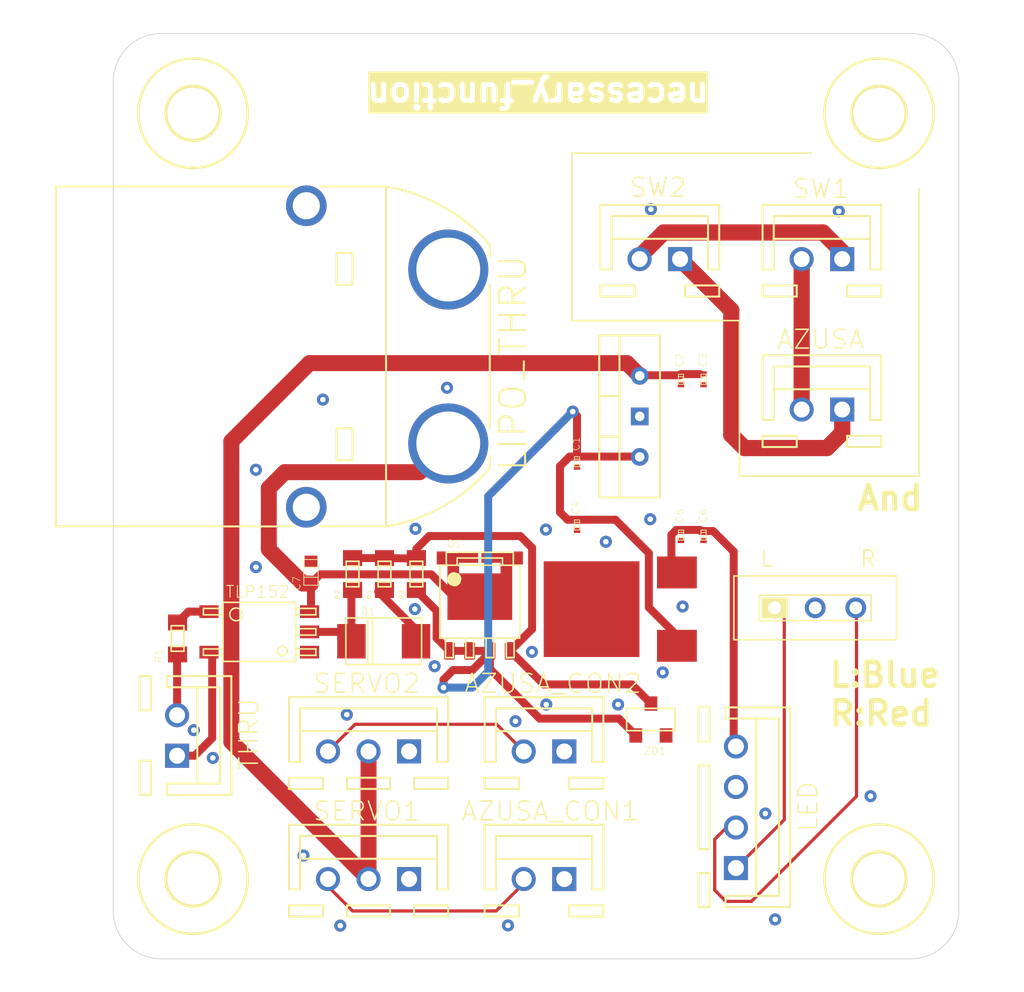
<source format=kicad_pcb>
(kicad_pcb (version 20221018) (generator pcbnew)
  (layers (0 "F.Cu" signal) (31 "B.Cu" signal) (34 "B.Paste" user) (35 "F.Paste" user) (36 "B.SilkS" user "B.Silkscreen") (37 "F.SilkS" user "F.Silkscreen") (38 "B.Mask" user) (39 "F.Mask" user) (44 "Edge.Cuts" user))
  (net 0 "")
  (net 1 "+12V")
  (net 2 "GND")
  (net 3 "VCC")
  (net 4 "EM")
  (net 5 "PVCC")
  (net 6 "+6V")
  (net 7 "RED")
  (net 8 "BLUE")
  (net 9 "PWM2_SERVO")
  (net 10 "PWM1_SERVO")
  (net 11 "AGND")
  (net 12 "N$20")
  (net 13 "N$92")
  (net 14 "N$118")
  (net 15 "N$1")
  (net 16 "N$6")
  (net 17 "N$7")
  (net 18 "N$8")
  (footprint "Mix necessary function:B2B-XH" (layer "F.Cu") (at 149.0011 121.0036)
    (fp_text reference "AZUSA_CON2" (at -5.08 -4.2536) (layer "F.SilkS") (effects (font (size 1.176528 1.176528) (thickness 0.093472)) (justify left)))
    (fp_text value "02-JST")
    (pad "1" thru_hole rect (at 1.27 0) (size 1.508 1.508) (drill 1) (layers "*.Cu" "*.Mask") (net 2 "GND"))
    (pad "2" thru_hole circle (at -1.27 0) (size 1.508 1.508) (drill 1) (layers "*.Cu" "*.Mask") (net 9 "PWM2_SERVO"))
  )
  (footprint "Mix necessary function:B2B-XH" (layer "F.Cu") (at 156.2611 90.1436)
    (fp_text reference "SW2" (at -1.9711 -4.4836) (layer "F.SilkS") (effects (font (size 1.176528 1.176528) (thickness 0.093472)) (justify left)))
    (fp_text value "02-JST")
    (pad "1" thru_hole rect (at 1.27 0) (size 1.508 1.508) (drill 1) (layers "*.Cu" "*.Mask") (net 11 "AGND"))
    (pad "2" thru_hole circle (at -1.27 0) (size 1.508 1.508) (drill 1) (layers "*.Cu" "*.Mask") (net 4 "EM"))
  )
  (footprint "Mix necessary function:CR0603" (layer "F.Cu") (at 141.0011 109.8854 90)
    (fp_text reference "R4" hide)
    (fp_text value "10k")
    (pad "LEFT" smd rect (at -1 0 90) (size 1 1.2) (layers "F.Cu" "F.Paste" "F.Mask") (net 5 "PVCC"))
    (pad "RIGHT" smd rect (at 1 0 90) (size 1 1.2) (layers "F.Cu" "F.Paste" "F.Mask") (net 17 "N$7"))
  )
  (footprint "Mix necessary function:GRM0335C1E240GA01D" (layer "F.Cu") (at 159 107.4456 -90)
    (fp_text reference "C6" (at -1.6956 0.0291 90) (layer "F.SilkS") (effects (font (size 0.4632 0.4632) (thickness 0.0368)) (justify right)))
    (fp_text value "0.1μF")
    (pad "1" smd rect (at -0.325 0 270) (size 0.35 0.4) (layers "F.Cu" "F.Paste" "F.Mask") (net 1 "+12V"))
    (pad "2" smd rect (at 0.325 0 270) (size 0.35 0.4) (layers "F.Cu" "F.Paste" "F.Mask") (net 2 "GND"))
  )
  (footprint "Mix necessary function:GRM0335C1E240GA01D" (layer "F.Cu") (at 157.5881 107.4456 -90)
    (fp_text reference "C5" (at -1.6956 0.0881 90) (layer "F.SilkS") (effects (font (size 0.4632 0.4632) (thickness 0.0368)) (justify right)))
    (fp_text value "0.1μF")
    (pad "1" smd rect (at -0.325 0 270) (size 0.35 0.4) (layers "F.Cu" "F.Paste" "F.Mask") (net 1 "+12V"))
    (pad "2" smd rect (at 0.325 0 270) (size 0.35 0.4) (layers "F.Cu" "F.Paste" "F.Mask") (net 2 "GND"))
  )
  (footprint "Mix necessary function:CR0603" (layer "F.Cu") (at 137.0011 109.8854 90)
    (fp_text reference "R2" hide)
    (fp_text value "820")
    (pad "LEFT" smd rect (at -1 0 90) (size 1 1.2) (layers "F.Cu" "F.Paste" "F.Mask") (net 16 "N$6"))
    (pad "RIGHT" smd rect (at 1 0 90) (size 1 1.2) (layers "F.Cu" "F.Paste" "F.Mask") (net 17 "N$7"))
  )
  (footprint "Mix necessary function:B2B-XH" (layer "F.Cu") (at 166.4211 99.5736)
    (fp_text reference "AZUSA" (at -2.8811 -4.3936) (layer "F.SilkS") (effects (font (size 1.176528 1.176528) (thickness 0.093472)) (justify left)))
    (fp_text value "02-JST")
    (pad "1" thru_hole rect (at 1.27 0) (size 1.508 1.508) (drill 1) (layers "*.Cu" "*.Mask") (net 11 "AGND"))
    (pad "2" thru_hole circle (at -1.27 0) (size 1.508 1.508) (drill 1) (layers "*.Cu" "*.Mask") (net 3 "VCC"))
  )
  (footprint "Mix necessary function:B2B-XH" (layer "F.Cu") (at 149.0011 129.0036)
    (fp_text reference "AZUSA_CON1" (at -5.2511 -4.2536) (layer "F.SilkS") (effects (font (size 1.176528 1.176528) (thickness 0.093472)) (justify left)))
    (fp_text value "02-JST")
    (pad "1" thru_hole rect (at 1.27 0) (size 1.508 1.508) (drill 1) (layers "*.Cu" "*.Mask") (net 2 "GND"))
    (pad "2" thru_hole circle (at -1.27 0) (size 1.508 1.508) (drill 1) (layers "*.Cu" "*.Mask") (net 10 "PWM1_SERVO"))
  )
  (footprint "Mix necessary function:SS-12SDP2" (layer "F.Cu") (at 166.0011 112.0036)
    (fp_text reference "LED_SW0" hide)
    (fp_text value "SS-12SDP2")
    (pad "C" thru_hole circle (at 0 0) (size 1.3 1.3) (drill 0.8) (layers "*.Cu" "*.Mask") (net 2 "GND"))
    (pad "L" thru_hole circle (at -2.54 0) (size 1.3 1.3) (drill 0.8) (layers "*.Cu" "*.Mask") (net 8 "BLUE"))
    (pad "R" thru_hole circle (at 2.54 0) (size 1.3 1.3) (drill 0.8) (layers "*.Cu" "*.Mask") (net 7 "RED"))
  )
  (footprint "Mix necessary function:GS2M-LTP" (layer "F.Cu") (at 138.9531 114.0986 180)
    (fp_text reference "D1" hide)
    (fp_text value "GS2M-LTP")
    (pad "A" smd rect (at -2.025 0 180) (size 1.78 2.16) (layers "F.Cu" "F.Paste" "F.Mask") (net 18 "N$8"))
    (pad "C" smd rect (at 2.025 0 180) (size 1.78 2.16) (layers "F.Cu" "F.Paste" "F.Mask") (net 16 "N$6"))
  )
  (footprint "Mix necessary function:GCM188L81H104KA57" (layer "F.Cu") (at 134.3941 109.7816 90)
    (fp_text reference "C7" hide)
    (fp_text value "GCM188L81H104KA57" hide)
    (pad "P$1" smd rect (at -0.7 0 90) (size 0.7 0.8) (layers "F.Cu" "F.Paste" "F.Mask") (net 12 "N$20"))
    (pad "P$2" smd rect (at 0.7 0 90) (size 0.7 0.8) (layers "F.Cu" "F.Paste" "F.Mask") (net 2 "GND"))
  )
  (footprint "Mix necessary function:CR0603" (layer "F.Cu") (at 126.0301 113.9236 90)
    (fp_text reference "R1" hide)
    (fp_text value "100")
    (pad "LEFT" smd rect (at -1 0 90) (size 1 1.2) (layers "F.Cu" "F.Paste" "F.Mask") (net 13 "N$92"))
    (pad "RIGHT" smd rect (at 1 0 90) (size 1 1.2) (layers "F.Cu" "F.Paste" "F.Mask") (net 14 "N$118"))
  )
  (footprint "Mix necessary function:GRM0335C1E240GA01D" (layer "F.Cu") (at 157.5881 97.6776 -90)
    (fp_text reference "C2" (at -1.6776 0.0881 90) (layer "F.SilkS") (effects (font (size 0.4632 0.4632) (thickness 0.0368)) (justify right)))
    (fp_text value "0.1μF")
    (pad "1" smd rect (at -0.325 0 270) (size 0.35 0.4) (layers "F.Cu" "F.Paste" "F.Mask") (net 6 "+6V"))
    (pad "2" smd rect (at 0.325 0 270) (size 0.35 0.4) (layers "F.Cu" "F.Paste" "F.Mask") (net 2 "GND"))
  )
  (footprint "Mix necessary function:GRM0335C1E240GA01D" (layer "F.Cu") (at 151.0691 102.8466 -90)
    (fp_text reference "C1" (at -1.5966 0.0691 90) (layer "F.SilkS") (effects (font (size 0.4632 0.4632) (thickness 0.0368)) (justify right)))
    (fp_text value "0.33μF")
    (pad "1" smd rect (at -0.325 0 270) (size 0.35 0.4) (layers "F.Cu" "F.Paste" "F.Mask") (net 5 "PVCC"))
    (pad "2" smd rect (at 0.325 0 270) (size 0.35 0.4) (layers "F.Cu" "F.Paste" "F.Mask") (net 2 "GND"))
  )
  (footprint "Mix necessary function:GRM0335C1E240GA01D" (layer "F.Cu") (at 151.0691 106.8076 -90)
    (fp_text reference "C4" (at -1.5576 0.0691 90) (layer "F.SilkS") (effects (font (size 0.4632 0.4632) (thickness 0.0368)) (justify right)))
    (fp_text value "0.33μF")
    (pad "1" smd rect (at -0.325 0 270) (size 0.35 0.4) (layers "F.Cu" "F.Paste" "F.Mask") (net 5 "PVCC"))
    (pad "2" smd rect (at 0.325 0 270) (size 0.35 0.4) (layers "F.Cu" "F.Paste" "F.Mask") (net 2 "GND"))
  )
  (footprint "Mix necessary function:SQJA16EP-T1_GE3" (layer "F.Cu") (at 144.9771 112.7126)
    (fp_text reference "Q1" (at -2.1 -4.7126) (layer "F.SilkS") (effects (font (size 0.4632 0.4632) (thickness 0.0368)) (justify left)))
    (fp_text value "SQJA16EP-T1_GE3")
    (fp_poly (pts (xy -0.1 -3.53) (xy -1.3 -3.53) (xy -1.3 -2.87) (xy 1.3 -2.87) (xy 1.3 -3.53) (xy 0.1 -3.53) (xy 0.1 -4.24) (xy 2.7 -4.24) (xy 2.7 -3.43) (xy 2.03 -3.43) (xy 2.03 0.05) (xy -2.03 0.05) (xy -2.03 -3.43) (xy -2.7 -3.43) (xy -2.7 -4.24) (xy -0.1 -4.24)) (fill solid) (layer "F.Cu"))
    (pad "D" smd rect (at 0 -1.27) (size 0.68 1.1) (layers "F.Cu" "F.Paste" "F.Mask") (net 12 "N$20"))
    (pad "G" smd roundrect (at 1.905 1.99) (size 0.68 1.1) (layers "F.Cu" "F.Paste" "F.Mask") (roundrect_rratio 0.145) (net 17 "N$7"))
    (pad "S1" smd roundrect (at -1.905 1.99) (size 0.68 1.1) (layers "F.Cu" "F.Paste" "F.Mask") (roundrect_rratio 0.145) (net 5 "PVCC"))
    (pad "S2" smd roundrect (at -0.635 1.99) (size 0.68 1.1) (layers "F.Cu" "F.Paste" "F.Mask") (roundrect_rratio 0.145) (net 5 "PVCC"))
    (pad "S3" smd roundrect (at 0.635 1.99) (size 0.68 1.1) (layers "F.Cu" "F.Paste" "F.Mask") (roundrect_rratio 0.145) (net 5 "PVCC"))
  )
  (footprint "Mix necessary function:3,2" (layer "F.Cu") (at 170.0011 81.0036)
    (fp_text reference "H2" hide)
    (fp_text value "MOUNT-HOLE3.2" hide)
    (pad "" np_thru_hole circle (at 0 0) (size 3.2 3.2) (drill 3.2) (layers "*.Cu" "*.Mask"))
  )
  (footprint "Mix necessary function:MMBZ5248B-TP" (layer "F.Cu") (at 155.7011 119.0036)
    (fp_text reference "ZD1" hide)
    (fp_text value "MMBZ5248B-TP")
    (pad "ANODE" smd rect (at -0.95 1) (size 0.8 0.9) (layers "F.Cu" "F.Paste" "F.Mask") (net 5 "PVCC"))
    (pad "CATHODE" smd rect (at 0 -1) (size 0.8 0.9) (layers "F.Cu" "F.Paste" "F.Mask") (net 17 "N$7"))
    (pad "NC" smd rect (at 0.95 1) (size 0.8 0.9) (layers "F.Cu" "F.Paste" "F.Mask"))
  )
  (footprint "Mix necessary function:3,2" (layer "F.Cu") (at 127.0011 129.0036)
    (fp_text reference "H3" hide)
    (fp_text value "MOUNT-HOLE3.2" hide)
    (pad "" np_thru_hole circle (at 0 0) (size 3.2 3.2) (drill 3.2) (layers "*.Cu" "*.Mask"))
  )
  (footprint "Mix necessary function:TLP152" (layer "F.Cu") (at 128.0011 113.5116 -90)
    (fp_text reference "TLP1" hide)
    (fp_text value "TLP152" (at -2.5116 -0.9989) (layer "F.SilkS") (effects (font (size 0.74112 0.74112) (thickness 0.05888)) (justify left)))
    (pad "ANODE" smd rect (at -1.27 0 270) (size 0.8 1.2) (layers "F.Cu" "F.Paste" "F.Mask") (net 14 "N$118"))
    (pad "CATHODE" smd rect (at 1.27 0 270) (size 0.8 1.2) (layers "F.Cu" "F.Paste" "F.Mask") (net 15 "N$1"))
    (pad "GND" smd rect (at 1.27 -6.3 270) (size 0.8 1.2) (layers "F.Cu" "F.Paste" "F.Mask") (net 2 "GND"))
    (pad "VCC" smd rect (at -1.27 -6.3 270) (size 0.8 1.2) (layers "F.Cu" "F.Paste" "F.Mask") (net 12 "N$20"))
    (pad "VO" smd rect (at 0 -6.3 270) (size 0.8 1.2) (layers "F.Cu" "F.Paste" "F.Mask") (net 16 "N$6"))
  )
  (footprint "Mix necessary function:ＮＪＭ７８０６ＦＡ-6V" (layer "F.Cu") (at 155.0011 100.0036 90)
    (fp_text reference "U$1" hide)
    (fp_text value "ＮＪＭ７８０６ＦＡ-6V" hide)
    (pad "GND" thru_hole rect (at 0 0 90) (size 1.108 1.108) (drill 0.6) (layers "*.Cu" "*.Mask") (net 2 "GND"))
    (pad "INPUT" thru_hole circle (at -2.54 0 90) (size 1.108 1.108) (drill 0.6) (layers "*.Cu" "*.Mask") (net 5 "PVCC"))
    (pad "OUTPUT" thru_hole circle (at 2.54 0 90) (size 1.108 1.108) (drill 0.6) (layers "*.Cu" "*.Mask") (net 6 "+6V"))
  )
  (footprint "Mix necessary function:B4B-XH" (layer "F.Cu") (at 161.0311 124.5036 -90)
    (fp_text reference "LED" (at -1.7036 -4.5289 90) (layer "F.SilkS") (effects (font (size 1.176528 1.176528) (thickness 0.093472)) (justify right)))
    (fp_text value "")
    (pad "1" thru_hole rect (at 3.81 0 270) (size 1.508 1.508) (drill 1) (layers "*.Cu" "*.Mask") (net 8 "BLUE"))
    (pad "2" thru_hole circle (at 1.27 0 270) (size 1.508 1.508) (drill 1) (layers "*.Cu" "*.Mask") (net 7 "RED"))
    (pad "3" thru_hole circle (at -1.27 0 270) (size 1.508 1.508) (drill 1) (layers "*.Cu" "*.Mask"))
    (pad "4" thru_hole circle (at -3.81 0 270) (size 1.508 1.508) (drill 1) (layers "*.Cu" "*.Mask") (net 1 "+12V"))
  )
  (footprint "Mix necessary function:CR0603" (layer "F.Cu") (at 139.0011 109.8854 90)
    (fp_text reference "R3" hide)
    (fp_text value "10")
    (pad "LEFT" smd rect (at -1 0 90) (size 1 1.2) (layers "F.Cu" "F.Paste" "F.Mask") (net 18 "N$8"))
    (pad "RIGHT" smd rect (at 1 0 90) (size 1 1.2) (layers "F.Cu" "F.Paste" "F.Mask") (net 17 "N$7"))
  )
  (footprint "Mix necessary function:3,2" (layer "F.Cu") (at 170.0011 129.0036)
    (fp_text reference "H4" hide)
    (fp_text value "MOUNT-HOLE3.2" hide)
    (pad "" np_thru_hole circle (at 0 0) (size 3.2 3.2) (drill 3.2) (layers "*.Cu" "*.Mask"))
  )
  (footprint "Mix necessary function:B2B-XH" (layer "F.Cu") (at 126.0011 120.0036 -90)
    (fp_text reference "THRU" (at 2.2464 -4.4989 90) (layer "F.SilkS") (effects (font (size 1.176528 1.176528) (thickness 0.093472)) (justify left)))
    (fp_text value "02-JST")
    (pad "1" thru_hole rect (at 1.27 0 270) (size 1.508 1.508) (drill 1) (layers "*.Cu" "*.Mask") (net 15 "N$1"))
    (pad "2" thru_hole circle (at -1.27 0 270) (size 1.508 1.508) (drill 1) (layers "*.Cu" "*.Mask") (net 13 "N$92"))
  )
  (footprint "Mix necessary function:B3B-XH" (layer "F.Cu") (at 138.0011 121.0036)
    (fp_text reference "SERVO2" (at -3.54 -4.2536) (layer "F.SilkS") (effects (font (size 1.176528 1.176528) (thickness 0.093472)) (justify left)))
    (fp_text value "")
    (pad "1" thru_hole rect (at 2.54 0) (size 1.508 1.508) (drill 1) (layers "*.Cu" "*.Mask") (net 2 "GND"))
    (pad "2" thru_hole circle (at 0 0) (size 1.508 1.508) (drill 1) (layers "*.Cu" "*.Mask") (net 6 "+6V"))
    (pad "3" thru_hole circle (at -2.54 0) (size 1.508 1.508) (drill 1) (layers "*.Cu" "*.Mask") (net 9 "PWM2_SERVO"))
  )
  (footprint "Mix necessary function:GRM0335C1E240GA01D" (layer "F.Cu") (at 159 97.6776 -90)
    (fp_text reference "C3" (at -1.6776 0.0291 90) (layer "F.SilkS") (effects (font (size 0.4632 0.4632) (thickness 0.0368)) (justify right)))
    (fp_text value "0.1μF")
    (pad "1" smd rect (at -0.325 0 270) (size 0.35 0.4) (layers "F.Cu" "F.Paste" "F.Mask") (net 6 "+6V"))
    (pad "2" smd rect (at 0.325 0 270) (size 0.35 0.4) (layers "F.Cu" "F.Paste" "F.Mask") (net 2 "GND"))
  )
  (footprint "Mix necessary function:XT90PW-M" (layer "F.Cu") (at 143 96.25 90)
    (fp_text reference "LIPO＿THRU" (at -7.2964 4.0589 90) (layer "F.SilkS") (effects (font (size 1.647139 1.647139) (thickness 0.130861)) (justify left)))
    (fp_text value "XT90PW-M")
    (pad "+" thru_hole circle (at -5.45 0 90) (size 5.016 5.016) (drill 4) (layers "*.Cu" "*.Mask") (net 12 "N$20"))
    (pad "-" thru_hole circle (at 5.45 0 90) (size 5.016 5.016) (drill 4) (layers "*.Cu" "*.Mask") (net 2 "GND"))
    (pad "P$3" thru_hole circle (at -9.45 -8.9 90) (size 2.55 2.55) (drill 1.7) (layers "*.Cu" "*.Mask"))
    (pad "P$4" thru_hole circle (at 9.45 -8.9 90) (size 2.55 2.55) (drill 1.7) (layers "*.Cu" "*.Mask"))
  )
  (footprint "Mix necessary function:B2B-XH" (layer "F.Cu") (at 166.4211 90.1436)
    (fp_text reference "SW1" (at -1.9211 -4.4136) (layer "F.SilkS") (effects (font (size 1.176528 1.176528) (thickness 0.093472)) (justify left)))
    (fp_text value "02-JST")
    (pad "1" thru_hole rect (at 1.27 0) (size 1.508 1.508) (drill 1) (layers "*.Cu" "*.Mask") (net 4 "EM"))
    (pad "2" thru_hole circle (at -1.27 0) (size 1.508 1.508) (drill 1) (layers "*.Cu" "*.Mask") (net 3 "VCC"))
  )
  (footprint "Mix necessary function:3,2" (layer "F.Cu") (at 127.0011 81.0036)
    (fp_text reference "H1" hide)
    (fp_text value "MOUNT-HOLE3.2" hide)
    (pad "" np_thru_hole circle (at 0 0) (size 3.2 3.2) (drill 3.2) (layers "*.Cu" "*.Mask"))
  )
  (footprint "Mix necessary function:NJM7800SDL1-12V" (layer "F.Cu") (at 154.9811 112.0846 90)
    (fp_text reference "U$17" hide)
    (fp_text value "NJM7800SDL1-12V" hide)
    (pad "GND" smd rect (at 0 -3 90) (size 6 6) (layers "F.Cu" "F.Paste" "F.Mask") (net 2 "GND"))
    (pad "VIN" smd rect (at -2.3 2.35 90) (size 2 2.5) (layers "F.Cu" "F.Paste" "F.Mask") (net 5 "PVCC"))
    (pad "VOUT" smd rect (at 2.3 2.35 90) (size 2 2.5) (layers "F.Cu" "F.Paste" "F.Mask") (net 1 "+12V"))
  )
  (footprint "Mix necessary function:B3B-XH" (layer "F.Cu") (at 138.0011 129.0036)
    (fp_text reference "SERVO1" (at -3.54 -4.2536) (layer "F.SilkS") (effects (font (size 1.176528 1.176528) (thickness 0.093472)) (justify left)))
    (fp_text value "")
    (pad "1" thru_hole rect (at 2.54 0) (size 1.508 1.508) (drill 1) (layers "*.Cu" "*.Mask") (net 2 "GND"))
    (pad "2" thru_hole circle (at 0 0) (size 1.508 1.508) (drill 1) (layers "*.Cu" "*.Mask") (net 6 "+6V"))
    (pad "3" thru_hole circle (at -2.54 0) (size 1.508 1.508) (drill 1) (layers "*.Cu" "*.Mask") (net 10 "PWM1_SERVO"))
  )
  (gr_line (start 161.25 103.75) (end 172.5 103.75) (stroke (width 0.1)) (layer "F.SilkS"))
  (gr_line (start 150.75 94) (end 161.25 94) (stroke (width 0.1)) (layer "F.SilkS"))
  (gr_line (start 150.75 83.5) (end 150.75 94) (stroke (width 0.1)) (layer "F.SilkS"))
  (gr_line (start 165.75 83.5) (end 150.75 83.5) (stroke (width 0.1)) (layer "F.SilkS"))
  (gr_line (start 172.5 103.75) (end 172.5 85.75) (stroke (width 0.1)) (layer "F.SilkS"))
  (gr_line (start 161.25 94) (end 161.25 103.75) (stroke (width 0.1)) (layer "F.SilkS"))
  (gr_line (start 175.0011 131.0036) (end 175.0011 79.0036) (stroke (width 0.05)) (layer "Edge.Cuts"))
  (gr_arc (start 175.0011 131.0036) (mid 174.12242 133.12492) (end 172.0011 134.0036) (stroke (width 0.05)) (layer "Edge.Cuts"))
  (gr_line (start 125.0011 134.0036) (end 172.0011 134.0036) (stroke (width 0.05)) (layer "Edge.Cuts"))
  (gr_arc (start 122.0011 79.0036) (mid 122.87978 76.88228) (end 125.0011 76.0036) (stroke (width 0.05)) (layer "Edge.Cuts"))
  (gr_line (start 122.0011 79.0036) (end 122.0011 131.0036) (stroke (width 0.05)) (layer "Edge.Cuts"))
  (gr_arc (start 125.0011 134.0036) (mid 122.87978 133.12492) (end 122.0011 131.0036) (stroke (width 0.05)) (layer "Edge.Cuts"))
  (gr_arc (start 172.0011 76.0036) (mid 174.12242 76.88228) (end 175.0011 79.0036) (stroke (width 0.05)) (layer "Edge.Cuts"))
  (gr_line (start 172.0011 76.0036) (end 125.0011 76.0036) (stroke (width 0.05)) (layer "Edge.Cuts"))
  (gr_text "D1" (at 137.5 112.5) (layer "F.SilkS") (effects (font (size 0.46 0.46) (thickness 0.04)) (justify left bottom)))
  (gr_text "ZD1" (at 155.25 121.25) (layer "F.SilkS") (effects (font (size 0.46 0.46) (thickness 0.04)) (justify left bottom)))
  (gr_text "R1" (at 125.1281 115.5 90) (layer "F.SilkS") (effects (font (size 0.46 0.46) (thickness 0.04)) (justify left bottom)))
  (gr_text "R" (at 168.75 109.5) (layer "F.SilkS") (effects (font (size 1 1) (thickness 0.1)) (justify left bottom)))
  (gr_text "And" (at 168.5 106) (layer "F.SilkS") (effects (font (size 1.5 1.5) (thickness 0.3) bold) (justify left bottom)))
  (gr_text "L:Blue\nR:Red" (at 166.75 119.5) (layer "F.SilkS") (effects (font (size 1.5 1.5) (thickness 0.3) bold) (justify left bottom)))
  (gr_text "L" (at 162.5 109.5) (layer "F.SilkS") (effects (font (size 1 1) (thickness 0.1)) (justify left bottom)))
  (gr_text "R2" (at 136.25 111.5 90) (layer "F.SilkS") (effects (font (size 0.3 0.3) (thickness 0.04)) (justify left bottom)))
  (gr_text "R4" (at 138.25 111.5 90) (layer "F.SilkS") (effects (font (size 0.3 0.3) (thickness 0.04)) (justify left bottom)))
  (gr_text "C7\n" (at 133.5 110 90) (layer "F.SilkS") (effects (font (size 0.4632 0.4632) (thickness 0.0368)) (justify right)))
  (gr_text "R3\n" (at 140.25 111.5 90) (layer "F.SilkS") (effects (font (size 0.3 0.3) (thickness 0.04)) (justify left bottom)))
  (gr_text "necessary_function" (at 159.5 79 180) (layer "F.SilkS" knockout) (effects (font (size 1.5 1.5) (thickness 0.3) bold) (justify left bottom)))
  (segment (start 160.8911 120.5536) (end 161.0311 120.6936) (width 0.5) (layer "F.Cu") (net 1))
  (segment (start 157.2881 107.1206) (end 156.9857 107.423) (width 0.5) (layer "F.Cu") (net 1))
  (segment (start 157.5881 107.1206) (end 157.2881 107.1206) (width 0.5) (layer "F.Cu") (net 1))
  (segment (start 160.8911 108.4819) (end 160.8911 120.5536) (width 0.5) (layer "F.Cu") (net 1))
  (segment (start 156.9857 107.423) (end 156.9857 109.4392) (width 0.5) (layer "F.Cu") (net 1))
  (segment (start 157.5881 107.1206) (end 158.7791 107.1206) (width 0.5) (layer "F.Cu") (net 1))
  (segment (start 157.3311 109.7846) (end 156.9857 109.4392) (width 0.5) (layer "F.Cu") (net 1))
  (segment (start 159.6024 107.1932) (end 160.8911 108.4819) (width 0.5) (layer "F.Cu") (net 1))
  (segment (start 158.8517 107.1932) (end 159.6024 107.1932) (width 0.5) (layer "F.Cu") (net 1))
  (segment (start 158.7791 107.1206) (end 158.8517 107.1932) (width 0.5) (layer "F.Cu") (net 1))
  (via (at 153.6431 118.0646) (size 0.7564) (drill 0.35) (layers "F.Cu" "B.Cu") (net 2))
  (via (at 130.9411 109.4506) (size 0.7564) (drill 0.35) (layers "F.Cu" "B.Cu") (net 2))
  (via (at 155.6591 106.4456) (size 0.7564) (drill 0.35) (layers "F.Cu" "B.Cu") (net 2))
  (via (at 163.4891 131.5326) (size 0.7564) (drill 0.35) (layers "F.Cu" "B.Cu") (net 2))
  (via (at 148.2431 114.7646) (size 0.7564) (drill 0.35) (layers "F.Cu" "B.Cu") (net 2))
  (via (at 136.6411 118.6996) (size 0.7564) (drill 0.35) (layers "F.Cu" "B.Cu") (net 2))
  (via (at 140.9061 112.0836) (size 0.7564) (drill 0.35) (layers "F.Cu" "B.Cu") (net 2))
  (via (at 142.9191 98.2106) (size 0.7564) (drill 0.35) (layers "F.Cu" "B.Cu") (net 2))
  (via (at 162.8751 124.8976) (size 0.7564) (drill 0.35) (layers "F.Cu" "B.Cu") (net 2))
  (via (at 127.0501 119.6696) (size 0.7564) (drill 0.35) (layers "F.Cu" "B.Cu") (net 2))
  (via (at 155.7011 87.0186) (size 0.7564) (drill 0.35) (layers "F.Cu" "B.Cu") (net 2))
  (via (at 136.2301 131.9246) (size 0.7564) (drill 0.35) (layers "F.Cu" "B.Cu") (net 2))
  (via (at 140.9411 107.0506) (size 0.7564) (drill 0.35) (layers "F.Cu" "B.Cu") (net 2))
  (via (at 149.1211 107.0986) (size 0.7564) (drill 0.35) (layers "F.Cu" "B.Cu") (net 2))
  (via (at 156.4411 116.0506) (size 0.7564) (drill 0.35) (layers "F.Cu" "B.Cu") (net 2))
  (via (at 169.4681 123.8086) (size 0.7564) (drill 0.35) (layers "F.Cu" "B.Cu") (net 2))
  (via (at 167.4791 87.1456) (size 0.7564) (drill 0.35) (layers "F.Cu" "B.Cu") (net 2))
  (via (at 147.2141 119.1126) (size 0.7564) (drill 0.35) (layers "F.Cu" "B.Cu") (net 2))
  (via (at 142.1431 115.6646) (size 0.7564) (drill 0.35) (layers "F.Cu" "B.Cu") (net 2))
  (via (at 128.2441 121.4106) (size 0.7564) (drill 0.35) (layers "F.Cu" "B.Cu") (net 2))
  (via (at 133.9251 127.5256) (size 0.7564) (drill 0.35) (layers "F.Cu" "B.Cu") (net 2))
  (via (at 130.9411 103.3506) (size 0.7564) (drill 0.35) (layers "F.Cu" "B.Cu") (net 2))
  (via (at 135.1411 98.9506) (size 0.7564) (drill 0.35) (layers "F.Cu" "B.Cu") (net 2))
  (via (at 152.8771 107.8606) (size 0.7564) (drill 0.35) (layers "F.Cu" "B.Cu") (net 2))
  (via (at 149.1431 118.0646) (size 0.7564) (drill 0.35) (layers "F.Cu" "B.Cu") (net 2))
  (via (at 157.6901 111.9216) (size 0.7564) (drill 0.35) (layers "F.Cu" "B.Cu") (net 2))
  (via (at 146.7411 131.9096) (size 0.7564) (drill 0.35) (layers "F.Cu" "B.Cu") (net 2))
  (segment (start 165.1511 99.5736) (end 165.1511 90.1436) (width 1.016) (layer "F.Cu") (net 3))
  (segment (start 154.9911 90.1436) (end 154.9911 89.987657) (width 1.016) (layer "F.Cu") (net 4))
  (segment (start 167.6911 89.683332) (end 166.482968 88.4752) (width 1.016) (layer "F.Cu") (net 4))
  (segment (start 156.503556 88.4752) (end 166.482968 88.4752) (width 1.016) (layer "F.Cu") (net 4))
  (segment (start 156.503556 88.4752) (end 154.9911 89.987657) (width 1.016) (layer "F.Cu") (net 4))
  (segment (start 167.6911 90.1436) (end 167.6911 89.683332) (width 1.016) (layer "F.Cu") (net 4))
  (segment (start 150.60615 102.5216) (end 150.0011 103.12665) (width 0.5) (layer "F.Cu") (net 5))
  (segment (start 151.0691 99.9716) (end 150.8011 99.7036) (width 0.5) (layer "F.Cu") (net 5))
  (segment (start 155.5717 111.981282) (end 157.3311 113.740682) (width 0.5) (layer "F.Cu") (net 5))
  (segment (start 145.6121 114.7026) (end 144.3421 114.7026) (width 0.5) (layer "F.Cu") (net 5))
  (segment (start 157.3311 113.740682) (end 157.3311 114.3846) (width 0.5) (layer "F.Cu") (net 5))
  (segment (start 145.6121 115.833919) (end 145.6121 114.7026) (width 0.5) (layer "F.Cu") (net 5))
  (segment (start 143.3011 115.9036) (end 144.5111 115.9036) (width 0.5) (layer "F.Cu") (net 5))
  (segment (start 142.2705 113.901) (end 142.2705 112.192363) (width 0.5) (layer "F.Cu") (net 5))
  (segment (start 145.6121 114.8026) (end 144.5111 115.9036) (width 0.5) (layer "F.Cu") (net 5))
  (segment (start 150.0011 103.12665) (end 150.0011 106.0036) (width 0.5) (layer "F.Cu") (net 5))
  (segment (start 154.7511 120.0036) (end 153.6947 118.9472) (width 0.5) (layer "F.Cu") (net 5))
  (segment (start 142.2705 112.192363) (end 141.0011 110.922963) (width 0.5) (layer "F.Cu") (net 5))
  (segment (start 151.0691 102.5216) (end 151.0691 99.9716) (width 0.5) (layer "F.Cu") (net 5))
  (segment (start 153.4801 106.4826) (end 155.5717 108.5742) (width 0.5) (layer "F.Cu") (net 5))
  (segment (start 148.725381 118.9472) (end 145.6121 115.833919) (width 0.5) (layer "F.Cu") (net 5))
  (segment (start 151.0691 102.5216) (end 150.60615 102.5216) (width 0.5) (layer "F.Cu") (net 5))
  (segment (start 150.4801 106.4826) (end 151.0691 106.4826) (width 0.5) (layer "F.Cu") (net 5))
  (segment (start 150.0011 106.0036) (end 150.4801 106.4826) (width 0.5) (layer "F.Cu") (net 5))
  (segment (start 142.7011 117.0036) (end 142.7011 116.5036) (width 0.5) (layer "F.Cu") (net 5))
  (segment (start 155.5717 108.5742) (end 155.5717 111.981282) (width 0.5) (layer "F.Cu") (net 5))
  (segment (start 151.0691 106.4826) (end 153.4801 106.4826) (width 0.5) (layer "F.Cu") (net 5))
  (segment (start 154.9791 102.5216) (end 155.0011 102.5436) (width 0.2) (layer "F.Cu") (net 5))
  (segment (start 143.0721 114.7026) (end 142.2705 113.901) (width 0.5) (layer "F.Cu") (net 5))
  (segment (start 143.3011 115.9036) (end 142.7011 116.5036) (width 0.5) (layer "F.Cu") (net 5))
  (segment (start 151.0691 102.5216) (end 154.9791 102.5216) (width 0.5) (layer "F.Cu") (net 5))
  (segment (start 144.3421 114.7026) (end 143.0721 114.7026) (width 0.5) (layer "F.Cu") (net 5))
  (segment (start 153.6947 118.9472) (end 148.725381 118.9472) (width 0.5) (layer "F.Cu") (net 5))
  (segment (start 141.0011 110.8854) (end 141.0011 110.922963) (width 0.5) (layer "F.Cu") (net 5))
  (segment (start 145.6121 114.7026) (end 145.6121 114.8026) (width 0.5) (layer "F.Cu") (net 5))
  (via (at 142.7011 117.0036) (size 0.7564) (drill 0.35) (layers "F.Cu" "B.Cu") (net 5))
  (via (at 150.8011 99.7036) (size 0.7564) (drill 0.35) (layers "F.Cu" "B.Cu") (net 5))
  (segment (start 144.5011 117.0036) (end 142.7011 117.0036) (width 0.5) (layer "B.Cu") (net 5))
  (segment (start 145.5011 105.0036) (end 145.5011 116.0036) (width 0.5) (layer "B.Cu") (net 5))
  (segment (start 145.5011 116.0036) (end 144.5011 117.0036) (width 0.5) (layer "B.Cu") (net 5))
  (segment (start 150.8011 99.7036) (end 145.5011 105.0036) (width 0.5) (layer "B.Cu") (net 5))
  (segment (start 155.0011 97.4636) (end 154.2021 96.6646) (width 1) (layer "F.Cu") (net 6))
  (segment (start 157.5881 97.3526) (end 158.7791 97.3526) (width 0.5) (layer "F.Cu") (net 6))
  (segment (start 129.4011 120.4036) (end 138.0011 129.0036) (width 1) (layer "F.Cu") (net 6))
  (segment (start 155.0011 97.4636) (end 155.0395 97.4252) (width 0.5) (layer "F.Cu") (net 6))
  (segment (start 138.0011 129.0036) (end 138.0011 121.0036) (width 1) (layer "F.Cu") (net 6))
  (segment (start 154.2021 96.6646) (end 134.3011 96.6646) (width 1) (layer "F.Cu") (net 6))
  (segment (start 134.3011 96.6646) (end 129.4011 101.5646) (width 1) (layer "F.Cu") (net 6))
  (segment (start 157.5155 97.4252) (end 157.5881 97.3526) (width 0.5) (layer "F.Cu") (net 6))
  (segment (start 129.4011 101.5646) (end 129.4011 120.4036) (width 1) (layer "F.Cu") (net 6))
  (segment (start 157.5155 97.4252) (end 155.0395 97.4252) (width 0.5) (layer "F.Cu") (net 6))
  (segment (start 159.7011 129.7036) (end 159.7011 126.5116) (width 0.2) (layer "F.Cu") (net 7))
  (segment (start 168.5881 112.0506) (end 168.5881 123.817238) (width 0.2) (layer "F.Cu") (net 7))
  (segment (start 160.4011 130.4036) (end 159.7011 129.7036) (width 0.2) (layer "F.Cu") (net 7))
  (segment (start 168.5411 112.0036) (end 168.5881 112.0506) (width 0.2) (layer "F.Cu") (net 7))
  (segment (start 160.4391 125.7736) (end 161.0311 125.7736) (width 0.2) (layer "F.Cu") (net 7))
  (segment (start 159.7011 126.5116) (end 160.4391 125.7736) (width 0.2) (layer "F.Cu") (net 7))
  (segment (start 168.5881 123.817238) (end 162.001737 130.4036) (width 0.2) (layer "F.Cu") (net 7))
  (segment (start 162.001737 130.4036) (end 160.4011 130.4036) (width 0.2) (layer "F.Cu") (net 7))
  (segment (start 161.0311 128.3136) (end 164.0611 125.2836) (width 0.2) (layer "F.Cu") (net 8))
  (segment (start 164.0611 112.6036) (end 164.0611 125.2836) (width 0.2) (layer "F.Cu") (net 8))
  (segment (start 164.0611 112.6036) (end 163.4611 112.0036) (width 0.2) (layer "F.Cu") (net 8))
  (segment (start 135.4611 121.0036) (end 137.1611 119.3036) (width 0.2) (layer "F.Cu") (net 9))
  (segment (start 147.7311 121.0036) (end 146.0311 119.3036) (width 0.2) (layer "F.Cu") (net 9))
  (segment (start 146.0311 119.3036) (end 137.1611 119.3036) (width 0.2) (layer "F.Cu") (net 9))
  (segment (start 135.4611 129.4636) (end 137.0011 131.0036) (width 0.2) (layer "F.Cu") (net 10))
  (segment (start 147.7311 129.0036) (end 147.7311 129.2736) (width 0.2) (layer "F.Cu") (net 10))
  (segment (start 147.7311 129.2736) (end 146.0011 131.0036) (width 0.2) (layer "F.Cu") (net 10))
  (segment (start 135.4611 129.0036) (end 135.4611 129.4636) (width 0.2) (layer "F.Cu") (net 10))
  (segment (start 146.0011 131.0036) (end 137.0011 131.0036) (width 0.2) (layer "F.Cu") (net 10))
  (segment (start 160.7367 101.159469) (end 160.7367 93.3492) (width 1.016) (layer "F.Cu") (net 11))
  (segment (start 161.565231 101.988) (end 160.7367 101.159469) (width 1.016) (layer "F.Cu") (net 11))
  (segment (start 167.6911 99.5736) (end 167.6911 101.033869) (width 1.016) (layer "F.Cu") (net 11))
  (segment (start 167.6911 101.033869) (end 166.736968 101.988) (width 1.016) (layer "F.Cu") (net 11))
  (segment (start 160.7367 93.3492) (end 157.5311 90.1436) (width 1.016) (layer "F.Cu") (net 11))
  (segment (start 166.736968 101.988) (end 161.565231 101.988) (width 1.016) (layer "F.Cu") (net 11))
  (segment (start 134.3941 112.3346) (end 134.3981 112.3386) (width 0.5) (layer "F.Cu") (net 12))
  (segment (start 141.2 103.5) (end 143 101.7) (width 1) (layer "F.Cu") (net 12))
  (segment (start 134.3941 110.4816) (end 133.8941 110.4816) (width 1) (layer "F.Cu") (net 12))
  (segment (start 131.75 104.5) (end 132.75 103.5) (width 1) (layer "F.Cu") (net 12))
  (segment (start 141.9381 109.9036) (end 134.9721 109.9036) (width 0.5) (layer "F.Cu") (net 12))
  (segment (start 134.3941 110.4816) (end 134.3941 112.3346) (width 0.5) (layer "F.Cu") (net 12))
  (segment (start 131.75 108.3375) (end 131.75 104.5) (width 1) (layer "F.Cu") (net 12))
  (segment (start 134.3941 112.3346) (end 134.3011 112.2416) (width 0.5) (layer "F.Cu") (net 12))
  (segment (start 134.9721 109.9036) (end 134.3941 110.4816) (width 0.5) (layer "F.Cu") (net 12))
  (segment (start 132.75 103.5) (end 141.2 103.5) (width 1) (layer "F.Cu") (net 12))
  (segment (start 133.8941 110.4816) (end 131.75 108.3375) (width 1) (layer "F.Cu") (net 12))
  (segment (start 143.4771 111.4426) (end 141.9381 109.9036) (width 0.5) (layer "F.Cu") (net 12))
  (segment (start 144.9771 111.4426) (end 143.4771 111.4426) (width 0.5) (layer "F.Cu") (net 12))
  (segment (start 126.0011 115.1126) (end 126.0011 118.7336) (width 0.5) (layer "F.Cu") (net 13))
  (segment (start 126.0301 114.9236) (end 126.0011 115.1126) (width 0.5) (layer "F.Cu") (net 13))
  (segment (start 126.7121 112.2416) (end 128.0011 112.2416) (width 0.5) (layer "F.Cu") (net 14))
  (segment (start 126.0301 112.9236) (end 126.7121 112.2416) (width 0.5) (layer "F.Cu") (net 14))
  (segment (start 128.2011 120.1736) (end 127.1011 121.2736) (width 0.5) (layer "F.Cu") (net 15))
  (segment (start 128.0011 114.7816) (end 128.2011 114.9816) (width 0.5) (layer "F.Cu") (net 15))
  (segment (start 128.2011 114.9816) (end 128.2011 120.1736) (width 0.5) (layer "F.Cu") (net 15))
  (segment (start 126.0011 121.2736) (end 127.1011 121.2736) (width 0.5) (layer "F.Cu") (net 15))
  (segment (start 136.9281 114.0986) (end 136.9281 111.1152) (width 0.5) (layer "F.Cu") (net 16))
  (segment (start 134.3011 113.5116) (end 136.3411 113.5116) (width 0.5) (layer "F.Cu") (net 16))
  (segment (start 136.3411 113.5116) (end 136.9281 114.0986) (width 0.5) (layer "F.Cu") (net 16))
  (segment (start 136.9281 111.1152) (end 137.0011 110.8854) (width 0.5) (layer "F.Cu") (net 16))
  (segment (start 146.8821 114.7026) (end 148.9831 116.8036) (width 0.5) (layer "F.Cu") (net 17))
  (segment (start 154.5011 116.8036) (end 148.9831 116.8036) (width 0.5) (layer "F.Cu") (net 17))
  (segment (start 140.5353 108.9074) (end 139.0011 108.8854) (width 0.5) (layer "F.Cu") (net 17))
  (segment (start 139.0011 108.8854) (end 137.0011 108.8854) (width 0.5) (layer "F.Cu") (net 17))
  (segment (start 141.0011 108.8854) (end 140.5353 108.9074) (width 0.5) (layer "F.Cu") (net 17))
  (segment (start 141.0011 108.3036) (end 141.8011 107.5036) (width 0.5) (layer "F.Cu") (net 17))
  (segment (start 146.8821 114.7026) (end 148.2545 113.3302) (width 0.5) (layer "F.Cu") (net 17))
  (segment (start 148.2545 108.243682) (end 148.2545 113.3302) (width 0.5) (layer "F.Cu") (net 17))
  (segment (start 154.5011 116.8036) (end 155.7011 118.0036) (width 0.5) (layer "F.Cu") (net 17))
  (segment (start 141.8011 107.5036) (end 147.514418 107.5036) (width 0.5) (layer "F.Cu") (net 17))
  (segment (start 147.514418 107.5036) (end 148.2545 108.243682) (width 0.5) (layer "F.Cu") (net 17))
  (segment (start 141.0011 108.8854) (end 141.0011 108.3036) (width 0.5) (layer "F.Cu") (net 17))
  (segment (start 139.0011 110.8854) (end 138.6121 110.986332) (width 0.5) (layer "F.Cu") (net 18))
  (segment (start 140.9781 113.374332) (end 140.9781 114.0986) (width 0.5) (layer "F.Cu") (net 18))
  (segment (start 140.9781 113.374332) (end 138.6121 110.986332) (width 0.5) (layer "F.Cu") (net 18))
)
</source>
